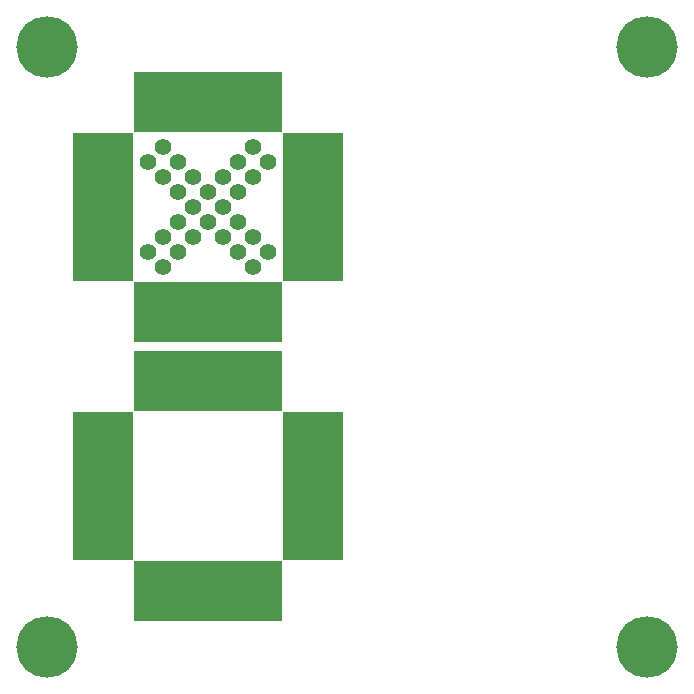
<source format=gbs>
G04 Layer: BottomSolderMaskLayer*
G04 Panelize: , Column: 2, Row: 2, Board Size: 58.42mm x 58.42mm, Panelized Board Size: 118.84mm x 118.84mm*
G04 EasyEDA v6.5.34, 2023-08-21 18:11:39*
G04 a2cfa06f5d3c446ba3be34bd05ffaa75,5a6b42c53f6a479593ecc07194224c93,10*
G04 Gerber Generator version 0.2*
G04 Scale: 100 percent, Rotated: No, Reflected: No *
G04 Dimensions in millimeters *
G04 leading zeros omitted , absolute positions ,4 integer and 5 decimal *
%FSLAX45Y45*%
%MOMM*%

%AMMACRO1*1,1,$1,$2,$3*1,1,$1,$4,$5*1,1,$1,0-$2,0-$3*1,1,$1,0-$4,0-$5*20,1,$1,$2,$3,$4,$5,0*20,1,$1,$4,$5,0-$2,0-$3,0*20,1,$1,0-$2,0-$3,0-$4,0-$5,0*20,1,$1,0-$4,0-$5,$2,$3,0*4,1,4,$2,$3,$4,$5,0-$2,0-$3,0-$4,0-$5,$2,$3,0*%
%ADD10C,5.2032*%
%ADD11MACRO1,0.1016X2.5X6.2X2.5X-6.2*%
%ADD12MACRO1,0.1016X-6.2X2.5X6.2X2.5*%
%ADD13MACRO1,0.1016X-2.5X-6.2X-2.5X6.2*%
%ADD14MACRO1,0.1016X6.2X-2.5X-6.2X-2.5*%
%ADD15C,1.4016*%

%LPD*%
D10*
G01*
X381000Y5461000D03*
G01*
X5461000Y5461000D03*
G01*
X5461000Y381000D03*
G01*
X381000Y381000D03*
D11*
G01*
X850897Y4102089D03*
D12*
G01*
X1739897Y3213093D03*
D13*
G01*
X2628894Y4102092D03*
D14*
G01*
X1739894Y4991089D03*
D15*
G01*
X1739900Y4229100D03*
G01*
X1739900Y3975100D03*
G01*
X1612900Y4102100D03*
G01*
X1866900Y4102100D03*
G01*
X1612900Y4356100D03*
G01*
X1485900Y4483100D03*
G01*
X1358900Y4610100D03*
G01*
X1231900Y3721100D03*
G01*
X1231900Y4483100D03*
G01*
X1358900Y3848100D03*
G01*
X1485900Y3975100D03*
G01*
X1358900Y4356100D03*
G01*
X1485900Y4229100D03*
G01*
X1358900Y3594100D03*
G01*
X1485900Y3721100D03*
G01*
X1612900Y3848100D03*
G01*
X1866900Y3848100D03*
G01*
X1993900Y3721100D03*
G01*
X2120900Y3594100D03*
G01*
X2120900Y3848100D03*
G01*
X1993900Y3975100D03*
G01*
X2247900Y3721100D03*
G01*
X2120900Y4610100D03*
G01*
X1866900Y4356100D03*
G01*
X1993900Y4483100D03*
G01*
X2247900Y4483100D03*
G01*
X2120900Y4356100D03*
G01*
X1993900Y4229100D03*
D11*
G01*
X850910Y1739894D03*
D14*
G01*
X1739907Y2628894D03*
D13*
G01*
X2628906Y1739897D03*
D12*
G01*
X1739910Y850897D03*
M02*

</source>
